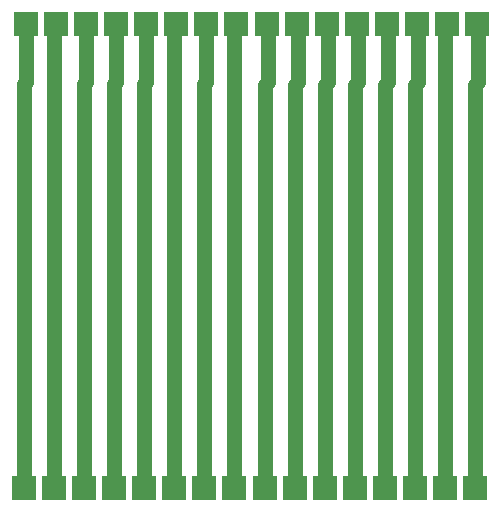
<source format=gbr>
G04 PROTEUS GERBER X2 FILE*
%TF.GenerationSoftware,Labcenter,Proteus,8.9-SP0-Build27865*%
%TF.CreationDate,2019-11-20T08:54:18+00:00*%
%TF.FileFunction,Copper,L2,Bot*%
%TF.FilePolarity,Positive*%
%TF.Part,Single*%
%TF.SameCoordinates,{7013e9e2-5f8a-4322-ad27-eff1acf5da43}*%
%FSLAX45Y45*%
%MOMM*%
G01*
%TA.AperFunction,Conductor*%
%ADD10C,1.270000*%
%TA.AperFunction,ComponentPad*%
%ADD11R,2.032000X2.032000*%
%TD.AperFunction*%
D10*
X-4250000Y+5750000D02*
X-4250000Y+5257800D01*
X-4270000Y+5237800D01*
X-4270000Y+1820000D01*
X-3996000Y+5750000D02*
X-4016000Y+5730000D01*
X-4016000Y+1820000D01*
X-3742000Y+5750000D02*
X-3742000Y+5257800D01*
X-3762000Y+5237800D01*
X-3762000Y+1820000D01*
X-3488000Y+5750000D02*
X-3488000Y+5257800D01*
X-3508000Y+5237800D01*
X-3508000Y+1820000D01*
X-3234000Y+5750000D02*
X-3234000Y+5257800D01*
X-3254000Y+5237800D01*
X-3254000Y+1820000D01*
X-2980000Y+5750000D02*
X-3000000Y+5730000D01*
X-3000000Y+1820000D01*
X-2726000Y+5750000D02*
X-2726000Y+5257800D01*
X-2746000Y+5237800D01*
X-2746000Y+1820000D01*
X-2472000Y+5750000D02*
X-2492000Y+5730000D01*
X-2492000Y+1820000D01*
X-2210000Y+5750000D02*
X-2200000Y+5750000D01*
X-2200000Y+5257800D01*
X-2230000Y+5227800D01*
X-2230000Y+1820000D01*
X-1956000Y+5750000D02*
X-1946000Y+5750000D01*
X-1946000Y+5257800D01*
X-1976000Y+5227800D01*
X-1976000Y+1820000D01*
X-1702000Y+5750000D02*
X-1692000Y+5750000D01*
X-1692000Y+5257800D01*
X-1722000Y+5227800D01*
X-1722000Y+1820000D01*
X-1448000Y+5750000D02*
X-1438000Y+5750000D01*
X-1438000Y+5257800D01*
X-1468000Y+5227800D01*
X-1468000Y+1820000D01*
X-1194000Y+5750000D02*
X-1184000Y+5750000D01*
X-1184000Y+5257800D01*
X-1214000Y+5227800D01*
X-1214000Y+1820000D01*
X-940000Y+5750000D02*
X-930000Y+5750000D01*
X-930000Y+5257800D01*
X-960000Y+5227800D01*
X-960000Y+1820000D01*
X-686000Y+5750000D02*
X-676000Y+5750000D01*
X-706000Y+5720000D01*
X-706000Y+1820000D01*
X-432000Y+5750000D02*
X-422000Y+5750000D01*
X-422000Y+5257800D01*
X-452000Y+5227800D01*
X-452000Y+1820000D01*
D11*
X-4250000Y+5750000D03*
X-3996000Y+5750000D03*
X-3742000Y+5750000D03*
X-3488000Y+5750000D03*
X-3234000Y+5750000D03*
X-2980000Y+5750000D03*
X-2726000Y+5750000D03*
X-2472000Y+5750000D03*
X-2210000Y+5750000D03*
X-1956000Y+5750000D03*
X-1702000Y+5750000D03*
X-1448000Y+5750000D03*
X-1194000Y+5750000D03*
X-940000Y+5750000D03*
X-686000Y+5750000D03*
X-432000Y+5750000D03*
X-452000Y+1820000D03*
X-706000Y+1820000D03*
X-960000Y+1820000D03*
X-1214000Y+1820000D03*
X-1468000Y+1820000D03*
X-1722000Y+1820000D03*
X-1976000Y+1820000D03*
X-2230000Y+1820000D03*
X-2492000Y+1820000D03*
X-2746000Y+1820000D03*
X-3000000Y+1820000D03*
X-3254000Y+1820000D03*
X-3508000Y+1820000D03*
X-3762000Y+1820000D03*
X-4016000Y+1820000D03*
X-4270000Y+1820000D03*
M02*

</source>
